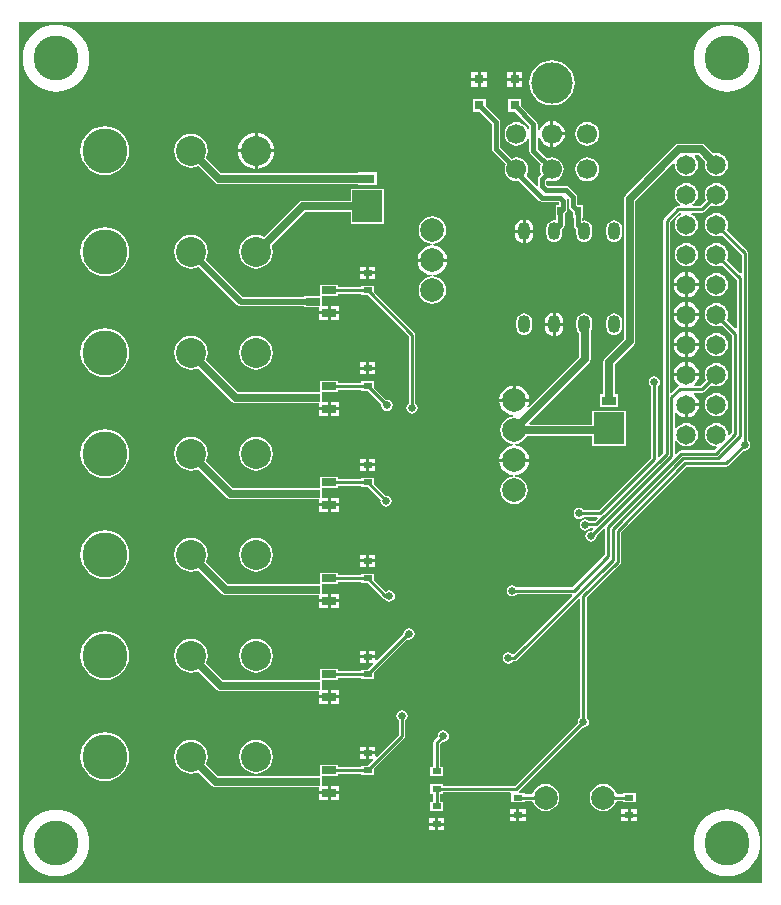
<source format=gbl>
G04 Layer_Physical_Order=2*
G04 Layer_Color=16711680*
%FSLAX43Y43*%
%MOMM*%
G71*
G01*
G75*
%ADD10R,0.800X0.500*%
%ADD12R,0.500X0.800*%
%ADD16R,2.540X2.667*%
%ADD17R,1.270X0.762*%
%ADD20C,0.254*%
%ADD21C,0.635*%
%ADD22C,0.508*%
%ADD23C,2.000*%
%ADD24C,3.810*%
%ADD25C,1.651*%
%ADD26C,2.540*%
%ADD27C,1.700*%
%ADD28C,3.500*%
%ADD29O,1.016X1.524*%
%ADD30C,0.635*%
%ADD31R,0.800X0.800*%
%ADD32R,1.250X0.650*%
%ADD33C,0.381*%
G36*
X83998Y10101D02*
X21021D01*
Y83078D01*
X83998D01*
Y10101D01*
D02*
G37*
%LPC*%
G36*
X51215Y37930D02*
X50688D01*
Y37553D01*
X51215D01*
Y37930D01*
D02*
G37*
G36*
X47180Y42031D02*
X46428D01*
Y41579D01*
X47180D01*
Y42031D01*
D02*
G37*
G36*
X51215Y37299D02*
X50688D01*
Y36922D01*
X51215D01*
Y37299D01*
D02*
G37*
G36*
X50434Y37930D02*
X49907D01*
Y37553D01*
X50434D01*
Y37930D01*
D02*
G37*
G36*
X64224Y45801D02*
X62976D01*
X61728D01*
X61754Y45601D01*
X61880Y45296D01*
X62081Y45034D01*
X62343Y44833D01*
X62648Y44706D01*
X62907Y44672D01*
X62918Y44671D01*
Y44543D01*
X62907Y44541D01*
X62675Y44511D01*
X62394Y44395D01*
X62154Y44210D01*
X61969Y43969D01*
X61853Y43689D01*
X61813Y43388D01*
X61853Y43087D01*
X61969Y42807D01*
X62154Y42566D01*
X62394Y42381D01*
X62675Y42265D01*
X62976Y42226D01*
X63276Y42265D01*
X63557Y42381D01*
X63798Y42566D01*
X63982Y42807D01*
X64098Y43087D01*
X64138Y43388D01*
X64098Y43689D01*
X63982Y43969D01*
X63798Y44210D01*
X63557Y44395D01*
X63276Y44511D01*
X63044Y44541D01*
X63034Y44543D01*
Y44671D01*
X63044Y44672D01*
X63303Y44706D01*
X63608Y44833D01*
X63870Y45034D01*
X64071Y45296D01*
X64197Y45601D01*
X64224Y45801D01*
D02*
G37*
G36*
X48186Y42737D02*
X47434D01*
Y42285D01*
X48186D01*
Y42737D01*
D02*
G37*
G36*
Y42031D02*
X47434D01*
Y41579D01*
X48186D01*
Y42031D01*
D02*
G37*
G36*
X35611Y47917D02*
X35239Y47868D01*
X34893Y47724D01*
X34596Y47496D01*
X34368Y47199D01*
X34225Y46853D01*
X34176Y46482D01*
X34225Y46111D01*
X34368Y45765D01*
X34596Y45468D01*
X34893Y45240D01*
X35239Y45096D01*
X35611Y45047D01*
X35982Y45096D01*
X36220Y45195D01*
X38646Y42769D01*
X38802Y42665D01*
X38985Y42629D01*
X45957D01*
X45966Y42631D01*
X46428D01*
Y42285D01*
X47180D01*
Y42737D01*
X46734D01*
Y43581D01*
X48084D01*
Y43773D01*
X50009D01*
Y43656D01*
X50561D01*
X51673Y42544D01*
X51657Y42464D01*
X51694Y42281D01*
X51798Y42125D01*
X51953Y42021D01*
X52136Y41985D01*
X52320Y42021D01*
X52475Y42125D01*
X52579Y42281D01*
X52616Y42464D01*
X52579Y42647D01*
X52475Y42803D01*
X52320Y42907D01*
X52136Y42943D01*
X52089Y42934D01*
X51114Y43909D01*
Y44461D01*
X50009D01*
Y44343D01*
X48084D01*
Y44535D01*
X46530D01*
Y43585D01*
X45966D01*
X45957Y43587D01*
X39183D01*
X36898Y45872D01*
X36997Y46111D01*
X37045Y46482D01*
X36997Y46853D01*
X36853Y47199D01*
X36625Y47496D01*
X36328Y47724D01*
X35982Y47868D01*
X35611Y47917D01*
D02*
G37*
G36*
X48186Y33903D02*
X47434D01*
Y33451D01*
X48186D01*
Y33903D01*
D02*
G37*
G36*
X35611Y39365D02*
X35239Y39316D01*
X34893Y39173D01*
X34596Y38945D01*
X34368Y38648D01*
X34225Y38302D01*
X34176Y37931D01*
X34225Y37559D01*
X34368Y37213D01*
X34596Y36916D01*
X34893Y36688D01*
X35239Y36545D01*
X35611Y36496D01*
X35982Y36545D01*
X36220Y36644D01*
X38223Y34641D01*
X38378Y34537D01*
X38562Y34501D01*
X45957D01*
X45966Y34502D01*
X46428D01*
Y34157D01*
X47180D01*
Y34609D01*
X46734D01*
Y35452D01*
X48084D01*
Y35645D01*
X50009D01*
Y35523D01*
X50561D01*
X51838Y34246D01*
X51838Y34246D01*
X51931Y34184D01*
X52032Y34164D01*
X52069Y34108D01*
X52224Y34005D01*
X52407Y33968D01*
X52591Y34005D01*
X52746Y34108D01*
X52850Y34264D01*
X52887Y34447D01*
X52850Y34631D01*
X52746Y34786D01*
X52591Y34890D01*
X52407Y34926D01*
X52224Y34890D01*
X52090Y34800D01*
X51114Y35776D01*
Y36328D01*
X50009D01*
Y36215D01*
X48084D01*
Y36407D01*
X46530D01*
Y35457D01*
X45966D01*
X45957Y35459D01*
X38760D01*
X36898Y37321D01*
X36997Y37559D01*
X37045Y37931D01*
X36997Y38302D01*
X36853Y38648D01*
X36625Y38945D01*
X36328Y39173D01*
X35982Y39316D01*
X35611Y39365D01*
D02*
G37*
G36*
X51215Y29804D02*
X50688D01*
Y29427D01*
X51215D01*
Y29804D01*
D02*
G37*
G36*
X47180Y33903D02*
X46428D01*
Y33451D01*
X47180D01*
Y33903D01*
D02*
G37*
G36*
X41123Y39365D02*
X40751Y39316D01*
X40405Y39173D01*
X40108Y38945D01*
X39880Y38648D01*
X39737Y38302D01*
X39688Y37931D01*
X39737Y37559D01*
X39880Y37213D01*
X40108Y36916D01*
X40405Y36688D01*
X40751Y36545D01*
X41123Y36496D01*
X41494Y36545D01*
X41840Y36688D01*
X42137Y36916D01*
X42365Y37213D01*
X42508Y37559D01*
X42557Y37931D01*
X42508Y38302D01*
X42365Y38648D01*
X42137Y38945D01*
X41840Y39173D01*
X41494Y39316D01*
X41123Y39365D01*
D02*
G37*
G36*
X50434Y37299D02*
X49907D01*
Y36922D01*
X50434D01*
Y37299D01*
D02*
G37*
G36*
X48186Y34609D02*
X47434D01*
Y34157D01*
X48186D01*
Y34609D01*
D02*
G37*
G36*
X28321Y39998D02*
X27918Y39958D01*
X27530Y39841D01*
X27172Y39650D01*
X26859Y39393D01*
X26602Y39079D01*
X26411Y38722D01*
X26293Y38334D01*
X26254Y37931D01*
X26293Y37527D01*
X26411Y37140D01*
X26602Y36782D01*
X26859Y36469D01*
X27172Y36212D01*
X27530Y36021D01*
X27918Y35903D01*
X28321Y35863D01*
X28724Y35903D01*
X29112Y36021D01*
X29470Y36212D01*
X29783Y36469D01*
X30040Y36782D01*
X30231Y37140D01*
X30349Y37527D01*
X30388Y37931D01*
X30349Y38334D01*
X30231Y38722D01*
X30040Y39079D01*
X29783Y39393D01*
X29470Y39650D01*
X29112Y39841D01*
X28724Y39958D01*
X28321Y39998D01*
D02*
G37*
G36*
Y48549D02*
X27918Y48510D01*
X27530Y48392D01*
X27172Y48201D01*
X26859Y47944D01*
X26602Y47631D01*
X26411Y47273D01*
X26293Y46885D01*
X26254Y46482D01*
X26293Y46079D01*
X26411Y45691D01*
X26602Y45333D01*
X26859Y45020D01*
X27172Y44763D01*
X27530Y44572D01*
X27918Y44454D01*
X28321Y44415D01*
X28724Y44454D01*
X29112Y44572D01*
X29470Y44763D01*
X29783Y45020D01*
X30040Y45333D01*
X30231Y45691D01*
X30349Y46079D01*
X30388Y46482D01*
X30349Y46885D01*
X30231Y47273D01*
X30040Y47631D01*
X29783Y47944D01*
X29470Y48201D01*
X29112Y48392D01*
X28724Y48510D01*
X28321Y48549D01*
D02*
G37*
G36*
X35611Y56468D02*
X35239Y56419D01*
X34893Y56276D01*
X34596Y56048D01*
X34368Y55751D01*
X34225Y55405D01*
X34176Y55033D01*
X34225Y54662D01*
X34368Y54316D01*
X34596Y54019D01*
X34893Y53791D01*
X35239Y53648D01*
X35611Y53599D01*
X35982Y53648D01*
X36220Y53746D01*
X39069Y50897D01*
X39225Y50793D01*
X39408Y50757D01*
X45957D01*
X45966Y50758D01*
X46428D01*
Y50413D01*
X47180D01*
Y50865D01*
X46734D01*
Y51708D01*
X48084D01*
Y51901D01*
X49995D01*
X49995Y51901D01*
X50009Y51890D01*
Y51822D01*
X50561D01*
X51753Y50630D01*
X51741Y50571D01*
X51778Y50388D01*
X51881Y50232D01*
X52037Y50128D01*
X52220Y50092D01*
X52404Y50128D01*
X52559Y50232D01*
X52663Y50388D01*
X52699Y50571D01*
X52663Y50754D01*
X52559Y50910D01*
X52404Y51014D01*
X52220Y51050D01*
X52152Y51036D01*
X51114Y52075D01*
Y52627D01*
X50009D01*
Y52504D01*
X49925Y52488D01*
X49900Y52471D01*
X48084D01*
Y52663D01*
X46530D01*
Y51713D01*
X45966D01*
X45957Y51715D01*
X39607D01*
X36898Y54424D01*
X36997Y54662D01*
X37045Y55033D01*
X36997Y55405D01*
X36853Y55751D01*
X36625Y56048D01*
X36328Y56276D01*
X35982Y56419D01*
X35611Y56468D01*
D02*
G37*
G36*
X68907Y58359D02*
X68734Y58336D01*
X68574Y58270D01*
X68436Y58164D01*
X68330Y58026D01*
X68263Y57865D01*
X68240Y57693D01*
Y57185D01*
X68263Y57013D01*
X68330Y56852D01*
X68436Y56714D01*
X68491Y56672D01*
Y54660D01*
X64210Y50380D01*
X64103Y50452D01*
X64197Y50681D01*
X64224Y50881D01*
X62976D01*
X61728D01*
X61754Y50681D01*
X61880Y50376D01*
X62081Y50114D01*
X62343Y49913D01*
X62648Y49786D01*
X62907Y49752D01*
X62918Y49751D01*
Y49623D01*
X62907Y49621D01*
X62675Y49591D01*
X62394Y49475D01*
X62154Y49290D01*
X61969Y49049D01*
X61853Y48769D01*
X61813Y48468D01*
X61853Y48167D01*
X61969Y47887D01*
X62154Y47646D01*
X62394Y47461D01*
X62675Y47345D01*
X62907Y47315D01*
X62918Y47313D01*
Y47185D01*
X62907Y47184D01*
X62648Y47150D01*
X62343Y47023D01*
X62081Y46822D01*
X61880Y46560D01*
X61754Y46255D01*
X61728Y46055D01*
X62976D01*
X64224D01*
X64197Y46255D01*
X64071Y46560D01*
X63870Y46822D01*
X63608Y47023D01*
X63303Y47150D01*
X63044Y47184D01*
X63034Y47185D01*
Y47313D01*
X63044Y47315D01*
X63276Y47345D01*
X63557Y47461D01*
X63798Y47646D01*
X63982Y47887D01*
X64025Y47989D01*
X69577D01*
Y47138D01*
X72422D01*
Y50109D01*
X69577D01*
Y48947D01*
X64298D01*
X64250Y49064D01*
X69308Y54123D01*
X69412Y54279D01*
X69449Y54462D01*
Y56807D01*
X69483Y56852D01*
X69550Y57013D01*
X69573Y57185D01*
Y57693D01*
X69550Y57865D01*
X69483Y58026D01*
X69378Y58164D01*
X69240Y58270D01*
X69079Y58336D01*
X68907Y58359D01*
D02*
G37*
G36*
X48186Y50159D02*
X47434D01*
Y49707D01*
X48186D01*
Y50159D01*
D02*
G37*
G36*
X35611Y65019D02*
X35239Y64970D01*
X34893Y64827D01*
X34596Y64599D01*
X34368Y64302D01*
X34225Y63956D01*
X34176Y63585D01*
X34225Y63213D01*
X34368Y62867D01*
X34596Y62570D01*
X34893Y62342D01*
X35239Y62199D01*
X35611Y62150D01*
X35982Y62199D01*
X36285Y62324D01*
X39539Y59071D01*
X39673Y58981D01*
X39832Y58950D01*
X45180D01*
Y58887D01*
X46428D01*
Y58541D01*
X47180D01*
Y58993D01*
X46734D01*
Y59836D01*
X48084D01*
Y60027D01*
X50009D01*
Y59909D01*
X50561D01*
X54040Y56430D01*
Y50742D01*
X53986Y50706D01*
X53882Y50551D01*
X53846Y50367D01*
X53882Y50184D01*
X53986Y50029D01*
X54141Y49925D01*
X54325Y49888D01*
X54508Y49925D01*
X54663Y50029D01*
X54767Y50184D01*
X54804Y50367D01*
X54767Y50551D01*
X54663Y50706D01*
X54610Y50742D01*
Y56548D01*
X54588Y56657D01*
X54526Y56750D01*
X54526Y56750D01*
X51114Y60162D01*
Y60714D01*
X50009D01*
Y60597D01*
X48084D01*
Y60791D01*
X46530D01*
Y59841D01*
X45180D01*
Y59778D01*
X40003D01*
X36871Y62910D01*
X36997Y63213D01*
X37045Y63585D01*
X36997Y63956D01*
X36853Y64302D01*
X36625Y64599D01*
X36328Y64827D01*
X35982Y64970D01*
X35611Y65019D01*
D02*
G37*
G36*
X63103Y52256D02*
Y51135D01*
X64224D01*
X64197Y51335D01*
X64071Y51640D01*
X63870Y51902D01*
X63608Y52103D01*
X63303Y52230D01*
X63103Y52256D01*
D02*
G37*
G36*
X28321Y57101D02*
X27918Y57061D01*
X27530Y56943D01*
X27172Y56752D01*
X26859Y56495D01*
X26602Y56182D01*
X26411Y55824D01*
X26293Y55437D01*
X26254Y55033D01*
X26293Y54630D01*
X26411Y54242D01*
X26602Y53885D01*
X26859Y53571D01*
X27172Y53314D01*
X27530Y53123D01*
X27918Y53006D01*
X28321Y52966D01*
X28724Y53006D01*
X29112Y53123D01*
X29470Y53314D01*
X29783Y53571D01*
X30040Y53885D01*
X30231Y54242D01*
X30349Y54630D01*
X30388Y55033D01*
X30349Y55437D01*
X30231Y55824D01*
X30040Y56182D01*
X29783Y56495D01*
X29470Y56752D01*
X29112Y56943D01*
X28724Y57061D01*
X28321Y57101D01*
D02*
G37*
G36*
X48186Y50865D02*
X47434D01*
Y50413D01*
X48186D01*
Y50865D01*
D02*
G37*
G36*
X62849Y52256D02*
X62648Y52230D01*
X62343Y52103D01*
X62081Y51902D01*
X61880Y51640D01*
X61754Y51335D01*
X61728Y51135D01*
X62849D01*
Y52256D01*
D02*
G37*
G36*
X51215Y45431D02*
X50688D01*
Y45054D01*
X51215D01*
Y45431D01*
D02*
G37*
G36*
X50434Y46062D02*
X49907D01*
Y45685D01*
X50434D01*
Y46062D01*
D02*
G37*
G36*
X41123Y47917D02*
X40751Y47868D01*
X40405Y47724D01*
X40108Y47496D01*
X39880Y47199D01*
X39737Y46853D01*
X39688Y46482D01*
X39737Y46111D01*
X39880Y45765D01*
X40108Y45468D01*
X40405Y45240D01*
X40751Y45096D01*
X41123Y45047D01*
X41494Y45096D01*
X41840Y45240D01*
X42137Y45468D01*
X42365Y45765D01*
X42508Y46111D01*
X42557Y46482D01*
X42508Y46853D01*
X42365Y47199D01*
X42137Y47496D01*
X41840Y47724D01*
X41494Y47868D01*
X41123Y47917D01*
D02*
G37*
G36*
X50434Y45431D02*
X49907D01*
Y45054D01*
X50434D01*
Y45431D01*
D02*
G37*
G36*
X80096Y51629D02*
X79841Y51595D01*
X79603Y51497D01*
X79399Y51340D01*
X79242Y51136D01*
X79144Y50898D01*
X79110Y50643D01*
X79144Y50387D01*
X79242Y50149D01*
X79399Y49945D01*
X79603Y49788D01*
X79841Y49690D01*
X80096Y49656D01*
X80352Y49690D01*
X80589Y49788D01*
X80794Y49945D01*
X80950Y50149D01*
X81049Y50387D01*
X81083Y50643D01*
X81049Y50898D01*
X80950Y51136D01*
X80794Y51340D01*
X80589Y51497D01*
X80352Y51595D01*
X80096Y51629D01*
D02*
G37*
G36*
X47180Y50159D02*
X46428D01*
Y49707D01*
X47180D01*
Y50159D01*
D02*
G37*
G36*
X51215Y46062D02*
X50688D01*
Y45685D01*
X51215D01*
Y46062D01*
D02*
G37*
G36*
X78628Y50516D02*
X77683D01*
Y49571D01*
X77838Y49591D01*
X78101Y49700D01*
X78326Y49873D01*
X78499Y50098D01*
X78608Y50361D01*
X78628Y50516D01*
D02*
G37*
G36*
X63175Y16367D02*
X62648D01*
Y15990D01*
X63175D01*
Y16367D01*
D02*
G37*
G36*
X63956D02*
X63429D01*
Y15990D01*
X63956D01*
Y16367D01*
D02*
G37*
G36*
X72579Y15736D02*
X72052D01*
Y15359D01*
X72579D01*
Y15736D01*
D02*
G37*
G36*
X73360D02*
X72833D01*
Y15359D01*
X73360D01*
Y15736D01*
D02*
G37*
G36*
X70522Y18538D02*
X70222Y18498D01*
X69941Y18382D01*
X69701Y18197D01*
X69516Y17956D01*
X69400Y17676D01*
X69360Y17375D01*
X69400Y17074D01*
X69516Y16794D01*
X69701Y16553D01*
X69941Y16369D01*
X70222Y16253D01*
X70522Y16213D01*
X70823Y16253D01*
X71104Y16369D01*
X71344Y16553D01*
X71529Y16794D01*
X71645Y17074D01*
X71647Y17090D01*
X72153D01*
Y16960D01*
X73258D01*
Y17765D01*
X72153D01*
Y17660D01*
X71647D01*
X71645Y17676D01*
X71529Y17956D01*
X71344Y18197D01*
X71104Y18382D01*
X70823Y18498D01*
X70522Y18538D01*
D02*
G37*
G36*
X47180Y17647D02*
X46428D01*
Y17195D01*
X47180D01*
Y17647D01*
D02*
G37*
G36*
X72579Y16367D02*
X72052D01*
Y15990D01*
X72579D01*
Y16367D01*
D02*
G37*
G36*
X73360D02*
X72833D01*
Y15990D01*
X73360D01*
Y16367D01*
D02*
G37*
G36*
X56293Y15003D02*
X55766D01*
Y14626D01*
X56293D01*
Y15003D01*
D02*
G37*
G36*
X57074D02*
X56547D01*
Y14626D01*
X57074D01*
Y15003D01*
D02*
G37*
G36*
X24190Y16360D02*
X23748Y16325D01*
X23316Y16222D01*
X22906Y16052D01*
X22528Y15820D01*
X22191Y15532D01*
X21902Y15194D01*
X21670Y14816D01*
X21501Y14406D01*
X21397Y13974D01*
X21362Y13532D01*
X21397Y13090D01*
X21501Y12658D01*
X21670Y12248D01*
X21902Y11870D01*
X22191Y11532D01*
X22528Y11244D01*
X22906Y11012D01*
X23316Y10842D01*
X23748Y10739D01*
X24190Y10704D01*
X24633Y10739D01*
X25064Y10842D01*
X25474Y11012D01*
X25853Y11244D01*
X26190Y11532D01*
X26478Y11870D01*
X26710Y12248D01*
X26880Y12658D01*
X26984Y13090D01*
X27018Y13532D01*
X26984Y13974D01*
X26880Y14406D01*
X26710Y14816D01*
X26478Y15194D01*
X26190Y15532D01*
X25853Y15820D01*
X25474Y16052D01*
X25064Y16222D01*
X24633Y16325D01*
X24190Y16360D01*
D02*
G37*
G36*
X81004Y16368D02*
X80562Y16333D01*
X80130Y16229D01*
X79720Y16059D01*
X79342Y15827D01*
X79005Y15539D01*
X78716Y15202D01*
X78484Y14823D01*
X78315Y14413D01*
X78211Y13982D01*
X78176Y13539D01*
X78211Y13097D01*
X78315Y12665D01*
X78484Y12255D01*
X78716Y11877D01*
X79005Y11540D01*
X79342Y11251D01*
X79720Y11020D01*
X80130Y10850D01*
X80562Y10746D01*
X81004Y10711D01*
X81447Y10746D01*
X81878Y10850D01*
X82288Y11020D01*
X82667Y11251D01*
X83004Y11540D01*
X83292Y11877D01*
X83524Y12255D01*
X83694Y12665D01*
X83798Y13097D01*
X83832Y13539D01*
X83798Y13982D01*
X83694Y14413D01*
X83524Y14823D01*
X83292Y15202D01*
X83004Y15539D01*
X82667Y15827D01*
X82288Y16059D01*
X81878Y16229D01*
X81447Y16333D01*
X81004Y16368D01*
D02*
G37*
G36*
X63175Y15736D02*
X62648D01*
Y15359D01*
X63175D01*
Y15736D01*
D02*
G37*
G36*
X63956D02*
X63429D01*
Y15359D01*
X63956D01*
Y15736D01*
D02*
G37*
G36*
X56293Y15634D02*
X55766D01*
Y15257D01*
X56293D01*
Y15634D01*
D02*
G37*
G36*
X57074D02*
X56547D01*
Y15257D01*
X57074D01*
Y15634D01*
D02*
G37*
G36*
X48186Y17647D02*
X47434D01*
Y17195D01*
X48186D01*
Y17647D01*
D02*
G37*
G36*
Y26481D02*
X47434D01*
Y26029D01*
X48186D01*
Y26481D01*
D02*
G37*
G36*
X28321Y31447D02*
X27918Y31407D01*
X27530Y31289D01*
X27172Y31098D01*
X26859Y30841D01*
X26602Y30528D01*
X26411Y30170D01*
X26293Y29783D01*
X26254Y29379D01*
X26293Y28976D01*
X26411Y28588D01*
X26602Y28231D01*
X26859Y27917D01*
X27172Y27660D01*
X27530Y27469D01*
X27918Y27352D01*
X28321Y27312D01*
X28724Y27352D01*
X29112Y27469D01*
X29470Y27660D01*
X29783Y27917D01*
X30040Y28231D01*
X30231Y28588D01*
X30349Y28976D01*
X30388Y29379D01*
X30349Y29783D01*
X30231Y30170D01*
X30040Y30528D01*
X29783Y30841D01*
X29470Y31098D01*
X29112Y31289D01*
X28724Y31407D01*
X28321Y31447D01*
D02*
G37*
G36*
X47180Y25775D02*
X46428D01*
Y25323D01*
X47180D01*
Y25775D01*
D02*
G37*
G36*
X48186D02*
X47434D01*
Y25323D01*
X48186D01*
Y25775D01*
D02*
G37*
G36*
X54082Y31709D02*
X53899Y31673D01*
X53743Y31569D01*
X53639Y31413D01*
X53607Y31248D01*
X51333Y28974D01*
X51215Y29022D01*
Y29173D01*
X50688D01*
Y28796D01*
X50988D01*
X51037Y28678D01*
X50561Y28202D01*
X50009D01*
Y28087D01*
X48084D01*
Y28279D01*
X46530D01*
Y27329D01*
X45966D01*
X45957Y27331D01*
X38337D01*
X36898Y28770D01*
X36997Y29008D01*
X37045Y29379D01*
X36997Y29751D01*
X36853Y30097D01*
X36625Y30394D01*
X36328Y30622D01*
X35982Y30765D01*
X35611Y30814D01*
X35239Y30765D01*
X34893Y30622D01*
X34596Y30394D01*
X34368Y30097D01*
X34225Y29751D01*
X34176Y29379D01*
X34225Y29008D01*
X34368Y28662D01*
X34596Y28365D01*
X34893Y28137D01*
X35239Y27994D01*
X35611Y27945D01*
X35982Y27994D01*
X36220Y28092D01*
X37799Y26513D01*
X37955Y26409D01*
X38138Y26373D01*
X45957D01*
X45966Y26375D01*
X46428D01*
Y26029D01*
X47180D01*
Y26481D01*
X46734D01*
Y27324D01*
X48084D01*
Y27517D01*
X50009D01*
Y27397D01*
X51114D01*
Y27949D01*
X53943Y30778D01*
X54082Y30751D01*
X54265Y30787D01*
X54421Y30891D01*
X54525Y31047D01*
X54561Y31230D01*
X54525Y31413D01*
X54421Y31569D01*
X54265Y31673D01*
X54082Y31709D01*
D02*
G37*
G36*
X50434Y29804D02*
X49907D01*
Y29427D01*
X50434D01*
Y29804D01*
D02*
G37*
G36*
X41123Y30814D02*
X40751Y30765D01*
X40405Y30622D01*
X40108Y30394D01*
X39880Y30097D01*
X39737Y29751D01*
X39688Y29379D01*
X39737Y29008D01*
X39880Y28662D01*
X40108Y28365D01*
X40405Y28137D01*
X40751Y27994D01*
X41123Y27945D01*
X41494Y27994D01*
X41840Y28137D01*
X42137Y28365D01*
X42365Y28662D01*
X42508Y29008D01*
X42557Y29379D01*
X42508Y29751D01*
X42365Y30097D01*
X42137Y30394D01*
X41840Y30622D01*
X41494Y30765D01*
X41123Y30814D01*
D02*
G37*
G36*
X50434Y29173D02*
X49907D01*
Y28796D01*
X50434D01*
Y29173D01*
D02*
G37*
G36*
X41123Y22263D02*
X40751Y22214D01*
X40405Y22070D01*
X40108Y21842D01*
X39880Y21545D01*
X39737Y21199D01*
X39688Y20828D01*
X39737Y20457D01*
X39880Y20111D01*
X40108Y19814D01*
X40405Y19586D01*
X40751Y19442D01*
X41123Y19393D01*
X41494Y19442D01*
X41840Y19586D01*
X42137Y19814D01*
X42365Y20111D01*
X42508Y20457D01*
X42557Y20828D01*
X42508Y21199D01*
X42365Y21545D01*
X42137Y21842D01*
X41840Y22070D01*
X41494Y22214D01*
X41123Y22263D01*
D02*
G37*
G36*
X50434Y21047D02*
X49907D01*
Y20670D01*
X50434D01*
Y21047D01*
D02*
G37*
G36*
X48186Y18353D02*
X47434D01*
Y17901D01*
X48186D01*
Y18353D01*
D02*
G37*
G36*
X28321Y22895D02*
X27918Y22856D01*
X27530Y22738D01*
X27172Y22547D01*
X26859Y22290D01*
X26602Y21977D01*
X26411Y21619D01*
X26293Y21231D01*
X26254Y20828D01*
X26293Y20425D01*
X26411Y20037D01*
X26602Y19679D01*
X26859Y19366D01*
X27172Y19109D01*
X27530Y18918D01*
X27918Y18800D01*
X28321Y18761D01*
X28724Y18800D01*
X29112Y18918D01*
X29470Y19109D01*
X29783Y19366D01*
X30040Y19679D01*
X30231Y20037D01*
X30349Y20425D01*
X30388Y20828D01*
X30349Y21231D01*
X30231Y21619D01*
X30040Y21977D01*
X29783Y22290D01*
X29470Y22547D01*
X29112Y22738D01*
X28724Y22856D01*
X28321Y22895D01*
D02*
G37*
G36*
X51215Y21678D02*
X50688D01*
Y21301D01*
X51215D01*
Y21678D01*
D02*
G37*
G36*
X56990Y23074D02*
X56807Y23037D01*
X56651Y22933D01*
X56547Y22778D01*
X56511Y22594D01*
X56524Y22531D01*
X56218Y22226D01*
X56157Y22133D01*
X56135Y22024D01*
X56135Y22024D01*
Y19988D01*
X55867D01*
Y19183D01*
X56972D01*
Y19988D01*
X56705D01*
Y21906D01*
X56926Y22128D01*
X56990Y22115D01*
X57173Y22152D01*
X57329Y22256D01*
X57433Y22411D01*
X57469Y22594D01*
X57433Y22778D01*
X57329Y22933D01*
X57173Y23037D01*
X56990Y23074D01*
D02*
G37*
G36*
X53478Y24775D02*
X53295Y24738D01*
X53139Y24634D01*
X53036Y24479D01*
X52999Y24295D01*
X53036Y24112D01*
X53139Y23957D01*
X53193Y23921D01*
Y22709D01*
X51333Y20848D01*
X51215Y20896D01*
Y21047D01*
X50688D01*
Y20670D01*
X50988D01*
X51037Y20552D01*
X50561Y20076D01*
X50009D01*
Y19959D01*
X48084D01*
Y20151D01*
X46530D01*
Y19201D01*
X45966D01*
X45957Y19203D01*
X37913D01*
X36898Y20218D01*
X36997Y20457D01*
X37045Y20828D01*
X36997Y21199D01*
X36853Y21545D01*
X36625Y21842D01*
X36328Y22070D01*
X35982Y22214D01*
X35611Y22263D01*
X35239Y22214D01*
X34893Y22070D01*
X34596Y21842D01*
X34368Y21545D01*
X34225Y21199D01*
X34176Y20828D01*
X34225Y20457D01*
X34368Y20111D01*
X34596Y19814D01*
X34893Y19586D01*
X35239Y19442D01*
X35611Y19393D01*
X35982Y19442D01*
X36220Y19541D01*
X37376Y18385D01*
X37532Y18281D01*
X37715Y18245D01*
X45957D01*
X45966Y18247D01*
X46428D01*
Y17901D01*
X47180D01*
Y18353D01*
X46734D01*
Y19197D01*
X48084D01*
Y19389D01*
X50009D01*
Y19271D01*
X51114D01*
Y19823D01*
X53680Y22389D01*
X53741Y22482D01*
X53763Y22591D01*
X53763Y22591D01*
Y23921D01*
X53817Y23957D01*
X53921Y24112D01*
X53957Y24295D01*
X53921Y24479D01*
X53817Y24634D01*
X53662Y24738D01*
X53478Y24775D01*
D02*
G37*
G36*
X50434Y21678D02*
X49907D01*
Y21301D01*
X50434D01*
Y21678D01*
D02*
G37*
G36*
X50434Y53598D02*
X49907D01*
Y53221D01*
X50434D01*
Y53598D01*
D02*
G37*
G36*
X35611Y73571D02*
X35239Y73522D01*
X34893Y73378D01*
X34596Y73150D01*
X34368Y72853D01*
X34225Y72507D01*
X34176Y72136D01*
X34225Y71765D01*
X34368Y71419D01*
X34596Y71122D01*
X34893Y70894D01*
X35239Y70750D01*
X35611Y70701D01*
X35982Y70750D01*
X36220Y70849D01*
X37622Y69448D01*
X37777Y69344D01*
X37960Y69307D01*
X49759D01*
Y69253D01*
X51333D01*
Y70320D01*
X49759D01*
Y70266D01*
X38159D01*
X36898Y71526D01*
X36997Y71765D01*
X37045Y72136D01*
X36997Y72507D01*
X36853Y72853D01*
X36625Y73150D01*
X36328Y73378D01*
X35982Y73522D01*
X35611Y73571D01*
D02*
G37*
G36*
X69176Y71572D02*
X68914Y71538D01*
X68670Y71437D01*
X68461Y71276D01*
X68300Y71067D01*
X68199Y70823D01*
X68165Y70561D01*
X68199Y70300D01*
X68300Y70056D01*
X68461Y69846D01*
X68670Y69686D01*
X68914Y69585D01*
X69176Y69550D01*
X69437Y69585D01*
X69681Y69686D01*
X69891Y69846D01*
X70051Y70056D01*
X70152Y70300D01*
X70187Y70561D01*
X70152Y70823D01*
X70051Y71067D01*
X69891Y71276D01*
X69681Y71437D01*
X69437Y71538D01*
X69176Y71572D01*
D02*
G37*
G36*
X51968Y68923D02*
X49124D01*
Y67916D01*
X45060D01*
X44876Y67880D01*
X44721Y67776D01*
X41792Y64847D01*
X41494Y64970D01*
X41123Y65019D01*
X40751Y64970D01*
X40405Y64827D01*
X40108Y64599D01*
X39880Y64302D01*
X39737Y63956D01*
X39688Y63585D01*
X39737Y63213D01*
X39880Y62867D01*
X40108Y62570D01*
X40405Y62342D01*
X40751Y62199D01*
X41123Y62150D01*
X41494Y62199D01*
X41840Y62342D01*
X42137Y62570D01*
X42365Y62867D01*
X42508Y63213D01*
X42557Y63585D01*
X42508Y63956D01*
X42435Y64134D01*
X45258Y66958D01*
X49124D01*
Y65951D01*
X51968D01*
Y68923D01*
D02*
G37*
G36*
X80096Y69409D02*
X79841Y69375D01*
X79603Y69277D01*
X79399Y69120D01*
X79242Y68916D01*
X79144Y68678D01*
X79110Y68423D01*
X79144Y68167D01*
X79230Y67959D01*
X78730Y67459D01*
X78106D01*
X78089Y67492D01*
X78073Y67586D01*
X78254Y67725D01*
X78410Y67929D01*
X78509Y68167D01*
X78543Y68423D01*
X78509Y68678D01*
X78410Y68916D01*
X78254Y69120D01*
X78049Y69277D01*
X77812Y69375D01*
X77556Y69409D01*
X77301Y69375D01*
X77063Y69277D01*
X76859Y69120D01*
X76702Y68916D01*
X76604Y68678D01*
X76570Y68423D01*
X76604Y68167D01*
X76702Y67929D01*
X76859Y67725D01*
X77040Y67586D01*
X77023Y67492D01*
X77006Y67459D01*
X76848D01*
X76848Y67459D01*
X76739Y67437D01*
X76647Y67376D01*
X76646Y67376D01*
X75685Y66415D01*
X75624Y66322D01*
X75602Y66213D01*
X75602Y66213D01*
Y46587D01*
X75259Y46244D01*
X75142Y46293D01*
Y52179D01*
X75196Y52215D01*
X75300Y52371D01*
X75336Y52554D01*
X75300Y52737D01*
X75196Y52893D01*
X75040Y52997D01*
X74857Y53033D01*
X74674Y52997D01*
X74518Y52893D01*
X74414Y52737D01*
X74378Y52554D01*
X74414Y52371D01*
X74518Y52215D01*
X74572Y52179D01*
Y46132D01*
X70148Y41708D01*
X68870D01*
X68834Y41762D01*
X68679Y41865D01*
X68496Y41902D01*
X68312Y41865D01*
X68157Y41762D01*
X68053Y41606D01*
X68016Y41423D01*
X68053Y41239D01*
X68157Y41084D01*
X68312Y40980D01*
X68496Y40944D01*
X68679Y40980D01*
X68834Y41084D01*
X68870Y41138D01*
X69987D01*
X70036Y41021D01*
X69793Y40777D01*
X69344D01*
X69329Y40801D01*
X69173Y40905D01*
X68990Y40941D01*
X68806Y40905D01*
X68651Y40801D01*
X68547Y40646D01*
X68511Y40462D01*
X68547Y40279D01*
X68651Y40124D01*
X68806Y40020D01*
X68990Y39983D01*
X69173Y40020D01*
X69329Y40124D01*
X69385Y40208D01*
X69632D01*
X69680Y40090D01*
X69556Y39966D01*
X69484Y39981D01*
X69301Y39944D01*
X69145Y39841D01*
X69041Y39685D01*
X69005Y39502D01*
X69041Y39318D01*
X69145Y39163D01*
X69301Y39059D01*
X69484Y39023D01*
X69667Y39059D01*
X69823Y39163D01*
X69927Y39318D01*
X69963Y39502D01*
X69952Y39557D01*
X70529Y40133D01*
X70646Y40084D01*
Y37902D01*
X67906Y35162D01*
X63193D01*
X63157Y35216D01*
X63001Y35320D01*
X62818Y35357D01*
X62634Y35320D01*
X62479Y35216D01*
X62375Y35061D01*
X62339Y34878D01*
X62375Y34694D01*
X62479Y34539D01*
X62634Y34435D01*
X62818Y34398D01*
X63001Y34435D01*
X63157Y34539D01*
X63193Y34593D01*
X67836D01*
X67884Y34475D01*
X62964Y29555D01*
X62829Y29527D01*
X62674Y29630D01*
X62491Y29667D01*
X62307Y29630D01*
X62152Y29527D01*
X62048Y29371D01*
X62012Y29188D01*
X62048Y29004D01*
X62152Y28849D01*
X62307Y28745D01*
X62491Y28709D01*
X62674Y28745D01*
X62829Y28849D01*
X62865Y28903D01*
X63000D01*
X63000Y28903D01*
X63109Y28925D01*
X63201Y28986D01*
X68429Y34214D01*
X68546Y34166D01*
Y24150D01*
X68492Y24114D01*
X68389Y23958D01*
X68352Y23775D01*
X68365Y23711D01*
X63024Y18371D01*
X56972D01*
Y18488D01*
X55867D01*
Y17683D01*
X56135D01*
Y17033D01*
X55867D01*
Y16228D01*
X56972D01*
Y17033D01*
X56705D01*
Y17683D01*
X56972D01*
Y17801D01*
X62637D01*
X62750Y17765D01*
X62750Y17674D01*
Y16960D01*
X63854D01*
Y17078D01*
X64519D01*
X64520Y17074D01*
X64636Y16794D01*
X64821Y16553D01*
X65061Y16369D01*
X65342Y16253D01*
X65642Y16213D01*
X65943Y16253D01*
X66224Y16369D01*
X66464Y16553D01*
X66649Y16794D01*
X66765Y17074D01*
X66805Y17375D01*
X66765Y17676D01*
X66649Y17956D01*
X66464Y18197D01*
X66224Y18382D01*
X65943Y18498D01*
X65642Y18538D01*
X65342Y18498D01*
X65061Y18382D01*
X64821Y18197D01*
X64636Y17956D01*
X64520Y17676D01*
X64516Y17647D01*
X63854D01*
Y17765D01*
X63394D01*
X63354Y17859D01*
X63351Y17892D01*
X68768Y23308D01*
X68831Y23296D01*
X69015Y23332D01*
X69170Y23436D01*
X69274Y23591D01*
X69310Y23775D01*
X69274Y23958D01*
X69170Y24114D01*
X69116Y24150D01*
Y34327D01*
X71945Y37156D01*
X71945Y37156D01*
X72007Y37248D01*
X72028Y37357D01*
X72028Y37357D01*
Y39842D01*
X77575Y45389D01*
X80940D01*
X80940Y45389D01*
X81049Y45411D01*
X81141Y45473D01*
X82433Y46764D01*
X82495Y46752D01*
X82679Y46789D01*
X82834Y46892D01*
X82938Y47048D01*
X82975Y47231D01*
X82938Y47415D01*
X82834Y47570D01*
X82810Y47586D01*
Y63453D01*
X82810Y63453D01*
X82789Y63563D01*
X82727Y63655D01*
X80963Y65419D01*
X81049Y65627D01*
X81083Y65883D01*
X81049Y66138D01*
X80950Y66376D01*
X80794Y66580D01*
X80589Y66737D01*
X80352Y66835D01*
X80096Y66869D01*
X79841Y66835D01*
X79603Y66737D01*
X79399Y66580D01*
X79242Y66376D01*
X79144Y66138D01*
X79110Y65883D01*
X79144Y65627D01*
X79242Y65389D01*
X79399Y65185D01*
X79603Y65028D01*
X79841Y64930D01*
X80096Y64896D01*
X80352Y64930D01*
X80560Y65016D01*
X82241Y63335D01*
Y61767D01*
X82123Y61719D01*
X80963Y62879D01*
X81049Y63087D01*
X81083Y63343D01*
X81049Y63598D01*
X80950Y63836D01*
X80794Y64040D01*
X80589Y64197D01*
X80352Y64295D01*
X80096Y64329D01*
X79841Y64295D01*
X79603Y64197D01*
X79399Y64040D01*
X79242Y63836D01*
X79144Y63598D01*
X79110Y63343D01*
X79144Y63087D01*
X79242Y62849D01*
X79399Y62645D01*
X79603Y62488D01*
X79841Y62390D01*
X80096Y62356D01*
X80352Y62390D01*
X80560Y62476D01*
X81834Y61202D01*
Y57094D01*
X81717Y57045D01*
X80963Y57799D01*
X81049Y58007D01*
X81083Y58263D01*
X81049Y58518D01*
X80950Y58756D01*
X80794Y58960D01*
X80589Y59117D01*
X80352Y59215D01*
X80096Y59249D01*
X79841Y59215D01*
X79603Y59117D01*
X79399Y58960D01*
X79242Y58756D01*
X79144Y58518D01*
X79110Y58263D01*
X79144Y58007D01*
X79242Y57769D01*
X79399Y57565D01*
X79603Y57408D01*
X79841Y57310D01*
X80096Y57276D01*
X80352Y57310D01*
X80560Y57396D01*
X81428Y56528D01*
Y48274D01*
X81196Y48043D01*
X81119Y48081D01*
X81082Y48108D01*
X81049Y48358D01*
X80950Y48596D01*
X80794Y48800D01*
X80589Y48957D01*
X80352Y49055D01*
X80096Y49089D01*
X79841Y49055D01*
X79603Y48957D01*
X79399Y48800D01*
X79242Y48596D01*
X79144Y48358D01*
X79110Y48103D01*
X79144Y47847D01*
X79242Y47609D01*
X79399Y47405D01*
X79603Y47248D01*
X79841Y47150D01*
X80091Y47117D01*
X80118Y47080D01*
X80156Y47003D01*
X79925Y46772D01*
X77121D01*
X77121Y46772D01*
X77012Y46750D01*
X76919Y46688D01*
X76919Y46688D01*
X76695Y46464D01*
X76578Y46513D01*
Y47577D01*
X76692Y47607D01*
X76705Y47606D01*
X76859Y47405D01*
X77063Y47248D01*
X77301Y47150D01*
X77556Y47116D01*
X77812Y47150D01*
X78049Y47248D01*
X78254Y47405D01*
X78410Y47609D01*
X78509Y47847D01*
X78543Y48103D01*
X78509Y48358D01*
X78410Y48596D01*
X78254Y48800D01*
X78049Y48957D01*
X77812Y49055D01*
X77556Y49089D01*
X77301Y49055D01*
X77063Y48957D01*
X76859Y48800D01*
X76705Y48600D01*
X76692Y48598D01*
X76578Y48628D01*
Y49936D01*
X76705Y49979D01*
X76786Y49873D01*
X77012Y49700D01*
X77274Y49591D01*
X77429Y49571D01*
Y50643D01*
X77556D01*
Y50770D01*
X78628D01*
X78608Y50924D01*
X78499Y51187D01*
X78326Y51413D01*
X78185Y51521D01*
X78228Y51648D01*
X78846D01*
X78846Y51648D01*
X78955Y51669D01*
X79048Y51731D01*
X79633Y52316D01*
X79841Y52230D01*
X80096Y52196D01*
X80352Y52230D01*
X80589Y52328D01*
X80794Y52485D01*
X80950Y52689D01*
X81049Y52927D01*
X81083Y53183D01*
X81049Y53438D01*
X80950Y53676D01*
X80794Y53880D01*
X80589Y54037D01*
X80352Y54135D01*
X80096Y54169D01*
X79841Y54135D01*
X79603Y54037D01*
X79399Y53880D01*
X79242Y53676D01*
X79144Y53438D01*
X79110Y53183D01*
X79144Y52927D01*
X79230Y52719D01*
X78728Y52217D01*
X78280D01*
X78237Y52344D01*
X78326Y52413D01*
X78499Y52638D01*
X78608Y52901D01*
X78628Y53056D01*
X77556D01*
X76484D01*
X76505Y52901D01*
X76613Y52638D01*
X76786Y52413D01*
X76894Y52330D01*
X76871Y52196D01*
X76779Y52134D01*
X76779Y52134D01*
X76289Y51644D01*
X76172Y51693D01*
Y66095D01*
X76966Y66889D01*
X77100D01*
X77125Y66762D01*
X77063Y66737D01*
X76859Y66580D01*
X76702Y66376D01*
X76604Y66138D01*
X76570Y65883D01*
X76604Y65627D01*
X76702Y65389D01*
X76859Y65185D01*
X77063Y65028D01*
X77301Y64930D01*
X77556Y64896D01*
X77812Y64930D01*
X78049Y65028D01*
X78254Y65185D01*
X78410Y65389D01*
X78509Y65627D01*
X78543Y65883D01*
X78509Y66138D01*
X78410Y66376D01*
X78254Y66580D01*
X78049Y66737D01*
X77988Y66762D01*
X78013Y66889D01*
X78848D01*
X78848Y66889D01*
X78957Y66911D01*
X79049Y66973D01*
X79633Y67556D01*
X79841Y67470D01*
X80096Y67436D01*
X80352Y67470D01*
X80589Y67568D01*
X80794Y67725D01*
X80950Y67929D01*
X81049Y68167D01*
X81083Y68423D01*
X81049Y68678D01*
X80950Y68916D01*
X80794Y69120D01*
X80589Y69277D01*
X80352Y69375D01*
X80096Y69409D01*
D02*
G37*
G36*
X40996Y72009D02*
X39604D01*
X39621Y71837D01*
X39708Y71550D01*
X39849Y71285D01*
X40040Y71053D01*
X40272Y70863D01*
X40537Y70721D01*
X40824Y70634D01*
X40996Y70617D01*
Y72009D01*
D02*
G37*
G36*
X42641D02*
X41250D01*
Y70617D01*
X41421Y70634D01*
X41709Y70721D01*
X41973Y70863D01*
X42205Y71053D01*
X42396Y71285D01*
X42537Y71550D01*
X42625Y71837D01*
X42641Y72009D01*
D02*
G37*
G36*
X78801Y72737D02*
X76939D01*
X76756Y72701D01*
X76601Y72597D01*
X72420Y68416D01*
X72316Y68261D01*
X72280Y68078D01*
Y56221D01*
X70661Y54602D01*
X70557Y54447D01*
X70521Y54263D01*
Y51506D01*
X70212D01*
Y50440D01*
X71787D01*
Y51506D01*
X71479D01*
Y54065D01*
X73098Y55684D01*
X73202Y55839D01*
X73238Y56023D01*
Y67879D01*
X76460Y71101D01*
X76580Y71042D01*
X76570Y70963D01*
X76604Y70707D01*
X76702Y70469D01*
X76859Y70265D01*
X77063Y70108D01*
X77301Y70010D01*
X77556Y69976D01*
X77812Y70010D01*
X78049Y70108D01*
X78254Y70265D01*
X78410Y70469D01*
X78509Y70707D01*
X78543Y70963D01*
X78509Y71218D01*
X78410Y71456D01*
X78260Y71652D01*
X78270Y71708D01*
X78294Y71779D01*
X78602D01*
X79149Y71232D01*
X79144Y71218D01*
X79110Y70963D01*
X79144Y70707D01*
X79242Y70469D01*
X79399Y70265D01*
X79603Y70108D01*
X79841Y70010D01*
X80096Y69976D01*
X80352Y70010D01*
X80589Y70108D01*
X80794Y70265D01*
X80950Y70469D01*
X81049Y70707D01*
X81083Y70963D01*
X81049Y71218D01*
X80950Y71456D01*
X80794Y71660D01*
X80589Y71817D01*
X80352Y71915D01*
X80096Y71949D01*
X79841Y71915D01*
X79827Y71910D01*
X79140Y72597D01*
X78984Y72701D01*
X78801Y72737D01*
D02*
G37*
G36*
X28321Y74203D02*
X27918Y74164D01*
X27530Y74046D01*
X27172Y73855D01*
X26859Y73598D01*
X26602Y73285D01*
X26411Y72927D01*
X26293Y72539D01*
X26254Y72136D01*
X26293Y71733D01*
X26411Y71345D01*
X26602Y70987D01*
X26859Y70674D01*
X27172Y70417D01*
X27530Y70226D01*
X27918Y70108D01*
X28321Y70069D01*
X28724Y70108D01*
X29112Y70226D01*
X29470Y70417D01*
X29783Y70674D01*
X30040Y70987D01*
X30231Y71345D01*
X30349Y71733D01*
X30388Y72136D01*
X30349Y72539D01*
X30231Y72927D01*
X30040Y73285D01*
X29783Y73598D01*
X29470Y73855D01*
X29112Y74046D01*
X28724Y74164D01*
X28321Y74203D01*
D02*
G37*
G36*
X56047Y66579D02*
X55747Y66540D01*
X55466Y66424D01*
X55225Y66239D01*
X55041Y65998D01*
X54925Y65718D01*
X54885Y65417D01*
X54925Y65116D01*
X55041Y64836D01*
X55225Y64595D01*
X55466Y64411D01*
X55747Y64294D01*
X55979Y64264D01*
X55989Y64262D01*
Y64134D01*
X55979Y64133D01*
X55720Y64099D01*
X55415Y63972D01*
X55153Y63771D01*
X54952Y63510D01*
X54826Y63204D01*
X54799Y63004D01*
X56047D01*
X57295D01*
X57269Y63204D01*
X57143Y63510D01*
X56942Y63771D01*
X56680Y63972D01*
X56375Y64099D01*
X56116Y64133D01*
X56105Y64134D01*
Y64262D01*
X56116Y64264D01*
X56348Y64294D01*
X56629Y64411D01*
X56869Y64595D01*
X57054Y64836D01*
X57170Y65116D01*
X57210Y65417D01*
X57170Y65718D01*
X57054Y65998D01*
X56869Y66239D01*
X56629Y66424D01*
X56348Y66540D01*
X56047Y66579D01*
D02*
G37*
G36*
X63700Y65186D02*
X63058D01*
Y65059D01*
X63084Y64860D01*
X63161Y64675D01*
X63283Y64516D01*
X63442Y64393D01*
X63628Y64317D01*
X63700Y64307D01*
Y65186D01*
D02*
G37*
G36*
X51215Y62316D02*
X50688D01*
Y61939D01*
X51215D01*
Y62316D01*
D02*
G37*
G36*
X77556Y64329D02*
X77301Y64295D01*
X77063Y64197D01*
X76859Y64040D01*
X76702Y63836D01*
X76604Y63598D01*
X76570Y63343D01*
X76604Y63087D01*
X76702Y62849D01*
X76859Y62645D01*
X77063Y62488D01*
X77301Y62390D01*
X77556Y62356D01*
X77812Y62390D01*
X78049Y62488D01*
X78254Y62645D01*
X78410Y62849D01*
X78509Y63087D01*
X78543Y63343D01*
X78509Y63598D01*
X78410Y63836D01*
X78254Y64040D01*
X78049Y64197D01*
X77812Y64295D01*
X77556Y64329D01*
D02*
G37*
G36*
X63700Y66319D02*
X63628Y66309D01*
X63442Y66233D01*
X63283Y66110D01*
X63161Y65951D01*
X63084Y65766D01*
X63058Y65567D01*
Y65440D01*
X63700D01*
Y66319D01*
D02*
G37*
G36*
X63954D02*
Y65440D01*
X64595D01*
Y65567D01*
X64569Y65766D01*
X64492Y65951D01*
X64370Y66110D01*
X64211Y66233D01*
X64025Y66309D01*
X63954Y66319D01*
D02*
G37*
G36*
X64595Y65186D02*
X63954D01*
Y64307D01*
X64025Y64317D01*
X64211Y64393D01*
X64370Y64516D01*
X64492Y64675D01*
X64569Y64860D01*
X64595Y65059D01*
Y65186D01*
D02*
G37*
G36*
X71447Y66233D02*
X71274Y66210D01*
X71114Y66144D01*
X70976Y66038D01*
X70870Y65900D01*
X70803Y65739D01*
X70780Y65567D01*
Y65059D01*
X70803Y64887D01*
X70870Y64726D01*
X70976Y64588D01*
X71114Y64482D01*
X71274Y64416D01*
X71447Y64393D01*
X71619Y64416D01*
X71780Y64482D01*
X71918Y64588D01*
X72023Y64726D01*
X72090Y64887D01*
X72113Y65059D01*
Y65567D01*
X72090Y65739D01*
X72023Y65900D01*
X71918Y66038D01*
X71780Y66144D01*
X71619Y66210D01*
X71447Y66233D01*
D02*
G37*
G36*
X40996Y73655D02*
X40824Y73638D01*
X40537Y73551D01*
X40272Y73409D01*
X40040Y73219D01*
X39849Y72987D01*
X39708Y72722D01*
X39621Y72435D01*
X39604Y72263D01*
X40996D01*
Y73655D01*
D02*
G37*
G36*
X62883Y78052D02*
X62356D01*
Y77525D01*
X62883D01*
Y78052D01*
D02*
G37*
G36*
X63664D02*
X63137D01*
Y77525D01*
X63664D01*
Y78052D01*
D02*
G37*
G36*
X59883D02*
X59356D01*
Y77525D01*
X59883D01*
Y78052D01*
D02*
G37*
G36*
X60664D02*
X60137D01*
Y77525D01*
X60664D01*
Y78052D01*
D02*
G37*
G36*
Y78833D02*
X60137D01*
Y78306D01*
X60664D01*
Y78833D01*
D02*
G37*
G36*
X63664D02*
X63137D01*
Y78306D01*
X63664D01*
Y78833D01*
D02*
G37*
G36*
X59883D02*
X59356D01*
Y78306D01*
X59883D01*
Y78833D01*
D02*
G37*
G36*
X62883D02*
X62356D01*
Y78306D01*
X62883D01*
Y78833D01*
D02*
G37*
G36*
X69176Y74572D02*
X68914Y74538D01*
X68670Y74437D01*
X68461Y74276D01*
X68300Y74067D01*
X68199Y73823D01*
X68165Y73561D01*
X68199Y73300D01*
X68300Y73056D01*
X68461Y72846D01*
X68670Y72686D01*
X68914Y72585D01*
X69176Y72550D01*
X69437Y72585D01*
X69681Y72686D01*
X69891Y72846D01*
X70051Y73056D01*
X70152Y73300D01*
X70187Y73561D01*
X70152Y73823D01*
X70051Y74067D01*
X69891Y74276D01*
X69681Y74437D01*
X69437Y74538D01*
X69176Y74572D01*
D02*
G37*
G36*
X66303Y74658D02*
Y73688D01*
X67273D01*
X67251Y73849D01*
X67140Y74118D01*
X66963Y74349D01*
X66732Y74526D01*
X66464Y74637D01*
X66303Y74658D01*
D02*
G37*
G36*
X41250Y73655D02*
Y72263D01*
X42641D01*
X42625Y72435D01*
X42537Y72722D01*
X42396Y72987D01*
X42205Y73219D01*
X41973Y73409D01*
X41709Y73551D01*
X41421Y73638D01*
X41250Y73655D01*
D02*
G37*
G36*
X67273Y73434D02*
X66303D01*
Y72464D01*
X66464Y72486D01*
X66732Y72597D01*
X66963Y72774D01*
X67140Y73004D01*
X67251Y73273D01*
X67273Y73434D01*
D02*
G37*
G36*
X24190Y82799D02*
X23748Y82764D01*
X23316Y82660D01*
X22906Y82490D01*
X22528Y82259D01*
X22191Y81970D01*
X21902Y81633D01*
X21670Y81254D01*
X21501Y80844D01*
X21397Y80413D01*
X21362Y79971D01*
X21397Y79528D01*
X21501Y79097D01*
X21670Y78687D01*
X21902Y78308D01*
X22191Y77971D01*
X22528Y77683D01*
X22906Y77451D01*
X23316Y77281D01*
X23748Y77177D01*
X24190Y77142D01*
X24633Y77177D01*
X25064Y77281D01*
X25474Y77451D01*
X25853Y77683D01*
X26190Y77971D01*
X26478Y78308D01*
X26710Y78687D01*
X26880Y79097D01*
X26984Y79528D01*
X27018Y79971D01*
X26984Y80413D01*
X26880Y80844D01*
X26710Y81254D01*
X26478Y81633D01*
X26190Y81970D01*
X25853Y82259D01*
X25474Y82490D01*
X25064Y82660D01*
X24633Y82764D01*
X24190Y82799D01*
D02*
G37*
G36*
X81004Y82806D02*
X80562Y82771D01*
X80130Y82668D01*
X79720Y82498D01*
X79342Y82266D01*
X79005Y81978D01*
X78716Y81640D01*
X78484Y81262D01*
X78315Y80852D01*
X78211Y80420D01*
X78176Y79978D01*
X78211Y79535D01*
X78315Y79104D01*
X78484Y78694D01*
X78716Y78316D01*
X79005Y77978D01*
X79342Y77690D01*
X79720Y77458D01*
X80130Y77288D01*
X80562Y77185D01*
X81004Y77150D01*
X81447Y77185D01*
X81878Y77288D01*
X82288Y77458D01*
X82667Y77690D01*
X83004Y77978D01*
X83292Y78316D01*
X83524Y78694D01*
X83694Y79104D01*
X83798Y79535D01*
X83832Y79978D01*
X83798Y80420D01*
X83694Y80852D01*
X83524Y81262D01*
X83292Y81640D01*
X83004Y81978D01*
X82667Y82266D01*
X82288Y82498D01*
X81878Y82668D01*
X81447Y82771D01*
X81004Y82806D01*
D02*
G37*
G36*
X63562Y76532D02*
X62457D01*
Y75427D01*
X63068D01*
X64256Y74238D01*
Y73904D01*
X64129Y73879D01*
X64051Y74067D01*
X63891Y74276D01*
X63681Y74437D01*
X63437Y74538D01*
X63176Y74572D01*
X62914Y74538D01*
X62670Y74437D01*
X62461Y74276D01*
X62300Y74067D01*
X62199Y73823D01*
X62165Y73561D01*
X62199Y73300D01*
X62300Y73056D01*
X62461Y72846D01*
X62670Y72686D01*
X62914Y72585D01*
X63176Y72550D01*
X63437Y72585D01*
X63681Y72686D01*
X63891Y72846D01*
X64051Y73056D01*
X64129Y73243D01*
X64256Y73218D01*
Y72131D01*
X64283Y71997D01*
X64358Y71884D01*
X65264Y70979D01*
X65199Y70823D01*
X65165Y70561D01*
X65199Y70300D01*
X65264Y70144D01*
X65096Y69976D01*
X65021Y69863D01*
X64994Y69729D01*
Y69167D01*
X64884Y69111D01*
X64871Y69110D01*
X63997Y69984D01*
X64051Y70056D01*
X64152Y70300D01*
X64187Y70561D01*
X64152Y70823D01*
X64051Y71067D01*
X63891Y71276D01*
X63681Y71437D01*
X63437Y71538D01*
X63176Y71572D01*
X62914Y71538D01*
X62758Y71473D01*
X61788Y72444D01*
Y74551D01*
X61788Y74551D01*
X61761Y74685D01*
X61685Y74798D01*
X61685Y74798D01*
X60562Y75921D01*
Y76532D01*
X59457D01*
Y75427D01*
X60068D01*
X61088Y74406D01*
Y72299D01*
X61115Y72165D01*
X61191Y72052D01*
X62264Y70979D01*
X62199Y70823D01*
X62165Y70561D01*
X62199Y70300D01*
X62300Y70056D01*
X62461Y69846D01*
X62670Y69686D01*
X62914Y69585D01*
X63176Y69550D01*
X63411Y69581D01*
X65075Y67917D01*
X65188Y67842D01*
X65322Y67815D01*
X66700D01*
X66739Y67776D01*
Y67550D01*
X66489D01*
Y66445D01*
X66493D01*
X66520Y66318D01*
X66415Y66227D01*
X66367Y66233D01*
X66194Y66210D01*
X66034Y66144D01*
X65896Y66038D01*
X65790Y65900D01*
X65723Y65739D01*
X65700Y65567D01*
Y65059D01*
X65723Y64887D01*
X65790Y64726D01*
X65896Y64588D01*
X66034Y64482D01*
X66194Y64416D01*
X66367Y64393D01*
X66539Y64416D01*
X66700Y64482D01*
X66838Y64588D01*
X66943Y64726D01*
X67010Y64887D01*
X67033Y65059D01*
Y65485D01*
X67139Y65591D01*
X67215Y65704D01*
X67241Y65838D01*
Y66445D01*
X67294D01*
Y66906D01*
X67336Y66947D01*
X67336Y66947D01*
X67412Y67061D01*
X67438Y67195D01*
Y67921D01*
X67412Y68055D01*
X67390Y68087D01*
X67489Y68168D01*
X67610Y68047D01*
Y67430D01*
X67636Y67296D01*
X67712Y67183D01*
X67989Y66906D01*
Y66445D01*
X68042D01*
Y65828D01*
X68069Y65694D01*
X68145Y65581D01*
X68240Y65485D01*
Y65059D01*
X68263Y64887D01*
X68330Y64726D01*
X68436Y64588D01*
X68574Y64482D01*
X68734Y64416D01*
X68907Y64393D01*
X69079Y64416D01*
X69240Y64482D01*
X69378Y64588D01*
X69483Y64726D01*
X69550Y64887D01*
X69573Y65059D01*
Y65567D01*
X69550Y65739D01*
X69483Y65900D01*
X69378Y66038D01*
X69240Y66144D01*
X69079Y66210D01*
X68907Y66233D01*
X68837Y66224D01*
X68741Y66308D01*
Y66445D01*
X68794D01*
Y67550D01*
X68334D01*
X68309Y67575D01*
Y68192D01*
X68309Y68192D01*
X68282Y68326D01*
X68206Y68439D01*
X68206Y68439D01*
X67599Y69047D01*
X67485Y69123D01*
X67352Y69149D01*
X65814D01*
X65693Y69269D01*
Y69548D01*
X65801Y69632D01*
X65914Y69585D01*
X66176Y69550D01*
X66437Y69585D01*
X66681Y69686D01*
X66891Y69846D01*
X67051Y70056D01*
X67152Y70300D01*
X67187Y70561D01*
X67152Y70823D01*
X67051Y71067D01*
X66891Y71276D01*
X66681Y71437D01*
X66437Y71538D01*
X66176Y71572D01*
X65914Y71538D01*
X65758Y71473D01*
X64955Y72276D01*
Y73400D01*
X65082Y73409D01*
X65100Y73273D01*
X65211Y73004D01*
X65388Y72774D01*
X65619Y72597D01*
X65888Y72486D01*
X66049Y72464D01*
Y73561D01*
Y74658D01*
X65888Y74637D01*
X65619Y74526D01*
X65388Y74349D01*
X65211Y74118D01*
X65100Y73849D01*
X65082Y73714D01*
X64955Y73722D01*
Y74383D01*
X64929Y74517D01*
X64853Y74630D01*
X63562Y75921D01*
Y76532D01*
D02*
G37*
G36*
X66176Y79793D02*
X65803Y79756D01*
X65444Y79647D01*
X65114Y79471D01*
X64824Y79233D01*
X64586Y78943D01*
X64410Y78613D01*
X64301Y78254D01*
X64264Y77881D01*
X64301Y77508D01*
X64410Y77150D01*
X64586Y76819D01*
X64824Y76530D01*
X65114Y76292D01*
X65444Y76115D01*
X65803Y76006D01*
X66176Y75970D01*
X66549Y76006D01*
X66907Y76115D01*
X67238Y76292D01*
X67527Y76530D01*
X67765Y76819D01*
X67942Y77150D01*
X68051Y77508D01*
X68087Y77881D01*
X68051Y78254D01*
X67942Y78613D01*
X67765Y78943D01*
X67527Y79233D01*
X67238Y79471D01*
X66907Y79647D01*
X66549Y79756D01*
X66176Y79793D01*
D02*
G37*
G36*
X50434Y62316D02*
X49907D01*
Y61939D01*
X50434D01*
Y62316D01*
D02*
G37*
G36*
X77683Y56795D02*
Y55850D01*
X78628D01*
X78608Y56004D01*
X78499Y56267D01*
X78326Y56493D01*
X78101Y56666D01*
X77838Y56774D01*
X77683Y56795D01*
D02*
G37*
G36*
X66240Y57312D02*
X65598D01*
Y57185D01*
X65624Y56986D01*
X65701Y56801D01*
X65823Y56642D01*
X65982Y56519D01*
X66168Y56443D01*
X66240Y56433D01*
Y57312D01*
D02*
G37*
G36*
X80096Y56709D02*
X79841Y56675D01*
X79603Y56577D01*
X79399Y56420D01*
X79242Y56216D01*
X79144Y55978D01*
X79110Y55723D01*
X79144Y55467D01*
X79242Y55229D01*
X79399Y55025D01*
X79603Y54868D01*
X79841Y54770D01*
X80096Y54736D01*
X80352Y54770D01*
X80589Y54868D01*
X80794Y55025D01*
X80950Y55229D01*
X81049Y55467D01*
X81083Y55723D01*
X81049Y55978D01*
X80950Y56216D01*
X80794Y56420D01*
X80589Y56577D01*
X80352Y56675D01*
X80096Y56709D01*
D02*
G37*
G36*
X77429Y56795D02*
X77274Y56774D01*
X77012Y56666D01*
X76786Y56493D01*
X76613Y56267D01*
X76505Y56004D01*
X76484Y55850D01*
X77429D01*
Y56795D01*
D02*
G37*
G36*
X71447Y58359D02*
X71274Y58336D01*
X71114Y58270D01*
X70976Y58164D01*
X70870Y58026D01*
X70803Y57865D01*
X70780Y57693D01*
Y57185D01*
X70803Y57013D01*
X70870Y56852D01*
X70976Y56714D01*
X71114Y56608D01*
X71274Y56542D01*
X71447Y56519D01*
X71619Y56542D01*
X71780Y56608D01*
X71918Y56714D01*
X72023Y56852D01*
X72090Y57013D01*
X72113Y57185D01*
Y57693D01*
X72090Y57865D01*
X72023Y58026D01*
X71918Y58164D01*
X71780Y58270D01*
X71619Y58336D01*
X71447Y58359D01*
D02*
G37*
G36*
X78628Y58136D02*
X77683D01*
Y57191D01*
X77838Y57211D01*
X78101Y57320D01*
X78326Y57493D01*
X78499Y57718D01*
X78608Y57981D01*
X78628Y58136D01*
D02*
G37*
G36*
X67135Y57312D02*
X66494D01*
Y56433D01*
X66565Y56443D01*
X66751Y56519D01*
X66910Y56642D01*
X67032Y56801D01*
X67109Y56986D01*
X67135Y57185D01*
Y57312D01*
D02*
G37*
G36*
X63827Y58359D02*
X63654Y58336D01*
X63493Y58270D01*
X63356Y58164D01*
X63250Y58026D01*
X63183Y57865D01*
X63160Y57693D01*
Y57185D01*
X63183Y57013D01*
X63250Y56852D01*
X63356Y56714D01*
X63493Y56608D01*
X63654Y56542D01*
X63827Y56519D01*
X63999Y56542D01*
X64160Y56608D01*
X64298Y56714D01*
X64403Y56852D01*
X64470Y57013D01*
X64493Y57185D01*
Y57693D01*
X64470Y57865D01*
X64403Y58026D01*
X64298Y58164D01*
X64160Y58270D01*
X63999Y58336D01*
X63827Y58359D01*
D02*
G37*
G36*
X77683Y54255D02*
Y53310D01*
X78628D01*
X78608Y53464D01*
X78499Y53727D01*
X78326Y53953D01*
X78101Y54126D01*
X77838Y54234D01*
X77683Y54255D01*
D02*
G37*
G36*
X41123Y56468D02*
X40751Y56419D01*
X40405Y56276D01*
X40108Y56048D01*
X39880Y55751D01*
X39737Y55405D01*
X39688Y55033D01*
X39737Y54662D01*
X39880Y54316D01*
X40108Y54019D01*
X40405Y53791D01*
X40751Y53648D01*
X41123Y53599D01*
X41494Y53648D01*
X41840Y53791D01*
X42137Y54019D01*
X42365Y54316D01*
X42508Y54662D01*
X42557Y55033D01*
X42508Y55405D01*
X42365Y55751D01*
X42137Y56048D01*
X41840Y56276D01*
X41494Y56419D01*
X41123Y56468D01*
D02*
G37*
G36*
X51215Y53598D02*
X50688D01*
Y53221D01*
X51215D01*
Y53598D01*
D02*
G37*
G36*
X77429Y54255D02*
X77274Y54234D01*
X77012Y54126D01*
X76786Y53953D01*
X76613Y53727D01*
X76505Y53464D01*
X76484Y53310D01*
X77429D01*
Y54255D01*
D02*
G37*
G36*
X78628Y55596D02*
X77683D01*
Y54651D01*
X77838Y54671D01*
X78101Y54780D01*
X78326Y54953D01*
X78499Y55178D01*
X78608Y55441D01*
X78628Y55596D01*
D02*
G37*
G36*
X77429D02*
X76484D01*
X76505Y55441D01*
X76613Y55178D01*
X76786Y54953D01*
X77012Y54780D01*
X77274Y54671D01*
X77429Y54651D01*
Y55596D01*
D02*
G37*
G36*
X50434Y54229D02*
X49907D01*
Y53852D01*
X50434D01*
Y54229D01*
D02*
G37*
G36*
X51215D02*
X50688D01*
Y53852D01*
X51215D01*
Y54229D01*
D02*
G37*
G36*
X77429Y58136D02*
X76484D01*
X76505Y57981D01*
X76613Y57718D01*
X76786Y57493D01*
X77012Y57320D01*
X77274Y57211D01*
X77429Y57191D01*
Y58136D01*
D02*
G37*
G36*
X80096Y61789D02*
X79841Y61755D01*
X79603Y61657D01*
X79399Y61500D01*
X79242Y61296D01*
X79144Y61058D01*
X79110Y60803D01*
X79144Y60547D01*
X79242Y60309D01*
X79399Y60105D01*
X79603Y59948D01*
X79841Y59850D01*
X80096Y59816D01*
X80352Y59850D01*
X80589Y59948D01*
X80794Y60105D01*
X80950Y60309D01*
X81049Y60547D01*
X81083Y60803D01*
X81049Y61058D01*
X80950Y61296D01*
X80794Y61500D01*
X80589Y61657D01*
X80352Y61755D01*
X80096Y61789D01*
D02*
G37*
G36*
X77429Y61875D02*
X77274Y61854D01*
X77012Y61746D01*
X76786Y61573D01*
X76613Y61347D01*
X76505Y61084D01*
X76484Y60930D01*
X77429D01*
Y61875D01*
D02*
G37*
G36*
X78628Y60676D02*
X77683D01*
Y59731D01*
X77838Y59751D01*
X78101Y59860D01*
X78326Y60033D01*
X78499Y60258D01*
X78608Y60521D01*
X78628Y60676D01*
D02*
G37*
G36*
X77429D02*
X76484D01*
X76505Y60521D01*
X76613Y60258D01*
X76786Y60033D01*
X77012Y59860D01*
X77274Y59751D01*
X77429Y59731D01*
Y60676D01*
D02*
G37*
G36*
X51215Y61685D02*
X50688D01*
Y61308D01*
X51215D01*
Y61685D01*
D02*
G37*
G36*
X28321Y65652D02*
X27918Y65612D01*
X27530Y65495D01*
X27172Y65304D01*
X26859Y65047D01*
X26602Y64733D01*
X26411Y64376D01*
X26293Y63988D01*
X26254Y63585D01*
X26293Y63181D01*
X26411Y62794D01*
X26602Y62436D01*
X26859Y62123D01*
X27172Y61866D01*
X27530Y61675D01*
X27918Y61557D01*
X28321Y61517D01*
X28724Y61557D01*
X29112Y61675D01*
X29470Y61866D01*
X29783Y62123D01*
X30040Y62436D01*
X30231Y62794D01*
X30349Y63181D01*
X30388Y63585D01*
X30349Y63988D01*
X30231Y64376D01*
X30040Y64733D01*
X29783Y65047D01*
X29470Y65304D01*
X29112Y65495D01*
X28724Y65612D01*
X28321Y65652D01*
D02*
G37*
G36*
X77683Y61875D02*
Y60930D01*
X78628D01*
X78608Y61084D01*
X78499Y61347D01*
X78326Y61573D01*
X78101Y61746D01*
X77838Y61854D01*
X77683Y61875D01*
D02*
G37*
G36*
X50434Y61685D02*
X49907D01*
Y61308D01*
X50434D01*
Y61685D01*
D02*
G37*
G36*
X47180Y58287D02*
X46428D01*
Y57835D01*
X47180D01*
Y58287D01*
D02*
G37*
G36*
X48186D02*
X47434D01*
Y57835D01*
X48186D01*
Y58287D01*
D02*
G37*
G36*
X66240Y58445D02*
X66168Y58435D01*
X65982Y58359D01*
X65823Y58236D01*
X65701Y58077D01*
X65624Y57892D01*
X65598Y57693D01*
Y57566D01*
X66240D01*
Y58445D01*
D02*
G37*
G36*
X66494D02*
Y57566D01*
X67135D01*
Y57693D01*
X67109Y57892D01*
X67032Y58077D01*
X66910Y58236D01*
X66751Y58359D01*
X66565Y58435D01*
X66494Y58445D01*
D02*
G37*
G36*
X48186Y58993D02*
X47434D01*
Y58541D01*
X48186D01*
Y58993D01*
D02*
G37*
G36*
X57295Y62750D02*
X56047D01*
X54799D01*
X54826Y62550D01*
X54952Y62245D01*
X55153Y61983D01*
X55415Y61782D01*
X55720Y61655D01*
X55979Y61621D01*
X55989Y61620D01*
Y61492D01*
X55979Y61490D01*
X55747Y61460D01*
X55466Y61344D01*
X55225Y61159D01*
X55041Y60918D01*
X54925Y60638D01*
X54885Y60337D01*
X54925Y60036D01*
X55041Y59756D01*
X55225Y59515D01*
X55466Y59331D01*
X55747Y59214D01*
X56047Y59175D01*
X56348Y59214D01*
X56629Y59331D01*
X56869Y59515D01*
X57054Y59756D01*
X57170Y60036D01*
X57210Y60337D01*
X57170Y60638D01*
X57054Y60918D01*
X56869Y61159D01*
X56629Y61344D01*
X56348Y61460D01*
X56116Y61490D01*
X56105Y61492D01*
Y61620D01*
X56116Y61621D01*
X56375Y61655D01*
X56680Y61782D01*
X56942Y61983D01*
X57143Y62245D01*
X57269Y62550D01*
X57295Y62750D01*
D02*
G37*
G36*
X77429Y59335D02*
X77274Y59314D01*
X77012Y59206D01*
X76786Y59033D01*
X76613Y58807D01*
X76505Y58544D01*
X76484Y58390D01*
X77429D01*
Y59335D01*
D02*
G37*
G36*
X77683Y59335D02*
Y58390D01*
X78628D01*
X78608Y58544D01*
X78499Y58807D01*
X78326Y59033D01*
X78101Y59206D01*
X77838Y59314D01*
X77683Y59335D01*
D02*
G37*
%LPD*%
D10*
X56420Y19586D02*
D03*
Y18086D02*
D03*
Y15130D02*
D03*
Y16630D02*
D03*
X63302Y17363D02*
D03*
Y15863D02*
D03*
X72706Y17363D02*
D03*
Y15863D02*
D03*
X50561Y60312D02*
D03*
Y61812D02*
D03*
Y52225D02*
D03*
Y53725D02*
D03*
Y44058D02*
D03*
Y45558D02*
D03*
Y35926D02*
D03*
Y37426D02*
D03*
Y27800D02*
D03*
Y29300D02*
D03*
Y19674D02*
D03*
Y21174D02*
D03*
D12*
X68392Y66998D02*
D03*
X66892D02*
D03*
D16*
X50546Y67437D02*
D03*
X71000Y48623D02*
D03*
D17*
X50546Y69786D02*
D03*
X71000Y50973D02*
D03*
D20*
X74857Y46014D02*
Y52554D01*
X70266Y41423D02*
X74857Y46014D01*
X69911Y40492D02*
X75887Y46469D01*
X68953Y40492D02*
X69911D01*
X68496Y41423D02*
X70266D01*
X69495Y39502D02*
X76293Y46300D01*
X69484Y39502D02*
X69495D01*
X82119Y47988D02*
Y61320D01*
X80211Y46080D02*
X82119Y47988D01*
X81713Y48156D02*
Y56646D01*
X80043Y46487D02*
X81713Y48156D01*
X82525Y47260D02*
Y63453D01*
X80940Y45674D02*
X82525Y47260D01*
X77457Y45674D02*
X80940D01*
X56420Y22024D02*
X56990Y22594D01*
X56420Y19586D02*
Y22024D01*
X77289Y46080D02*
X80211D01*
X77121Y46487D02*
X80043D01*
X70931Y40297D02*
X77121Y46487D01*
X71744Y37357D02*
Y39960D01*
X68831Y23775D02*
Y34445D01*
X71744Y37357D01*
X63142Y18086D02*
X68831Y23775D01*
X56420Y18086D02*
X63142D01*
X56420Y16630D02*
Y18086D01*
X71337Y37525D02*
Y40129D01*
X63000Y29188D02*
X71337Y37525D01*
X62491Y29188D02*
X63000D01*
X70931Y37784D02*
Y40297D01*
X68024Y34878D02*
X70931Y37784D01*
X62818Y34878D02*
X68024D01*
X80096Y65883D02*
X82525Y63453D01*
X80096Y63343D02*
X82119Y61320D01*
X80096Y58263D02*
X81713Y56646D01*
X71337Y40129D02*
X77289Y46080D01*
X71744Y39960D02*
X77457Y45674D01*
X76293Y46300D02*
Y51245D01*
X75887Y46469D02*
Y66213D01*
X78846Y51933D02*
X80096Y53183D01*
X76980Y51933D02*
X78846D01*
X76293Y51245D02*
X76980Y51933D01*
X78848Y67174D02*
X80096Y68423D01*
X76848Y67174D02*
X78848D01*
X75887Y66213D02*
X76848Y67174D01*
X50561Y19674D02*
X53478Y22591D01*
Y24295D01*
X50561Y27800D02*
X53991Y31230D01*
X52040Y34447D02*
X52407D01*
X50561Y35926D02*
X52040Y34447D01*
X52136Y42464D02*
Y42483D01*
X50561Y44058D02*
X52136Y42483D01*
X50561Y52225D02*
X52215Y50571D01*
X50561Y60312D02*
X54325Y56548D01*
Y50367D02*
Y56548D01*
X48061Y60312D02*
X50561D01*
X47307Y60314D02*
X48059D01*
X48061Y60312D01*
X50034Y52225D02*
X50561D01*
X49995Y52186D02*
X50034Y52225D01*
X47307Y52186D02*
X49995D01*
X50034Y44058D02*
X50561D01*
X50034Y44058D02*
X50034Y44058D01*
X47307Y44058D02*
X50034D01*
X50034Y19674D02*
X50561D01*
X47307Y19674D02*
X50034D01*
X50034Y19674D01*
Y27800D02*
X50561D01*
X47307Y27802D02*
X50032D01*
X50034Y27800D01*
Y35926D02*
X50561D01*
X47307Y35930D02*
X50030D01*
X50034Y35926D01*
X72693Y17375D02*
X72706Y17363D01*
X70522Y17375D02*
X72693D01*
X63302Y17363D02*
X65630D01*
D21*
X72759Y68078D02*
X76939Y72258D01*
X72759Y56023D02*
Y68078D01*
X76939Y72258D02*
X78801D01*
X80096Y70963D01*
X68907Y57439D02*
X68970Y57376D01*
Y54462D02*
Y57376D01*
X35611Y72136D02*
X37960Y69786D01*
X50546D01*
X45060Y67437D02*
X50546D01*
X41123Y63500D02*
X45060Y67437D01*
X38138Y26852D02*
X45957D01*
X35611Y29379D02*
X38138Y26852D01*
X38562Y34980D02*
X45957D01*
X35611Y37931D02*
X38562Y34980D01*
X38985Y43108D02*
X45957D01*
X35611Y46482D02*
X38985Y43108D01*
X39408Y51236D02*
X45957D01*
X35611Y55033D02*
X39408Y51236D01*
X35611Y20828D02*
X37715Y18724D01*
X45957D01*
X62976Y48468D02*
X68970Y54462D01*
X62976Y48468D02*
X70313D01*
X70957Y49112D01*
X71000Y50973D02*
Y54263D01*
X72759Y56023D01*
D22*
X39832Y59364D02*
X45957D01*
X35611Y63585D02*
X39832Y59364D01*
D23*
X65642Y17375D02*
D03*
X70522D02*
D03*
X62976Y48468D02*
D03*
Y51008D02*
D03*
Y45928D02*
D03*
Y43388D02*
D03*
X56047Y60337D02*
D03*
Y62877D02*
D03*
Y65417D02*
D03*
D24*
X81004Y13539D02*
D03*
X24190Y13532D02*
D03*
X81004Y79978D02*
D03*
X24190Y79971D02*
D03*
X28321Y72136D02*
D03*
Y63585D02*
D03*
Y55033D02*
D03*
Y46482D02*
D03*
Y37931D02*
D03*
Y29379D02*
D03*
Y20828D02*
D03*
D25*
X80096Y70963D02*
D03*
X77556D02*
D03*
Y68423D02*
D03*
X80096D02*
D03*
Y63343D02*
D03*
X77556D02*
D03*
Y65883D02*
D03*
X80096D02*
D03*
Y55723D02*
D03*
X77556D02*
D03*
Y53183D02*
D03*
X80096D02*
D03*
Y58263D02*
D03*
X77556D02*
D03*
Y60803D02*
D03*
X80096D02*
D03*
Y48103D02*
D03*
X77556D02*
D03*
Y50643D02*
D03*
X80096D02*
D03*
D26*
X35611Y72136D02*
D03*
X41123D02*
D03*
X35611Y63585D02*
D03*
X41123D02*
D03*
X35611Y55033D02*
D03*
X41123D02*
D03*
X35611Y46482D02*
D03*
X41123D02*
D03*
X35611Y37931D02*
D03*
X41123D02*
D03*
X35611Y29379D02*
D03*
X41123D02*
D03*
X35611Y20828D02*
D03*
X41123D02*
D03*
D27*
X63176Y70561D02*
D03*
X66176D02*
D03*
X69176D02*
D03*
Y73561D02*
D03*
X63176D02*
D03*
X66176D02*
D03*
D28*
Y77881D02*
D03*
D29*
X71447Y65313D02*
D03*
X63827D02*
D03*
X71447Y57439D02*
D03*
X63827D02*
D03*
X68907D02*
D03*
X66367D02*
D03*
Y65313D02*
D03*
X68907D02*
D03*
D30*
X49066Y62419D02*
D03*
Y58215D02*
D03*
Y49392D02*
D03*
Y41428D02*
D03*
Y33020D02*
D03*
Y25529D02*
D03*
Y16233D02*
D03*
X70040Y28616D02*
D03*
Y29946D02*
D03*
Y31276D02*
D03*
X67616Y28616D02*
D03*
Y29946D02*
D03*
Y31276D02*
D03*
X68990Y40462D02*
D03*
X69484Y39502D02*
D03*
X82495Y47231D02*
D03*
X56990Y22594D02*
D03*
X68831Y23775D02*
D03*
X62491Y29188D02*
D03*
X62818Y34878D02*
D03*
X74857Y52554D02*
D03*
X68496Y41423D02*
D03*
X53478Y24295D02*
D03*
X54082Y31230D02*
D03*
X52407Y34447D02*
D03*
X52136Y42464D02*
D03*
X52220Y50571D02*
D03*
X54325Y50367D02*
D03*
D31*
X60010Y75979D02*
D03*
Y78179D02*
D03*
X63010Y75979D02*
D03*
Y78179D02*
D03*
D32*
X47307Y58414D02*
D03*
X45957Y59364D02*
D03*
X47307Y50286D02*
D03*
X45957Y51236D02*
D03*
X47307Y42158D02*
D03*
X45957Y43108D02*
D03*
X47307Y34030D02*
D03*
X45957Y34980D02*
D03*
X47307Y25902D02*
D03*
X45957Y26852D02*
D03*
X47307Y19674D02*
D03*
Y17774D02*
D03*
X45957Y18724D02*
D03*
X47307Y35930D02*
D03*
Y27802D02*
D03*
Y44058D02*
D03*
Y52186D02*
D03*
Y60314D02*
D03*
D33*
X63010Y75979D02*
X64606Y74383D01*
Y72131D02*
Y74383D01*
Y72131D02*
X66176Y70561D01*
X60010Y75979D02*
X61438Y74551D01*
Y72299D02*
Y74551D01*
Y72299D02*
X63176Y70561D01*
X67959Y67430D02*
Y68192D01*
Y67430D02*
X68392Y66998D01*
X67352Y68800D02*
X67959Y68192D01*
X68392Y65828D02*
X68907Y65313D01*
X68392Y65828D02*
Y66998D01*
X65344Y69729D02*
X66176Y70561D01*
X65344Y69125D02*
X65669Y68800D01*
X67352D01*
X65344Y69125D02*
Y69729D01*
X66845Y68165D02*
X67089Y67921D01*
Y67195D02*
Y67921D01*
X66892Y66998D02*
X67089Y67195D01*
X66892Y65838D02*
Y66998D01*
X66367Y65313D02*
X66892Y65838D01*
X63176Y70311D02*
Y70561D01*
Y70311D02*
X65322Y68165D01*
X66845D01*
M02*

</source>
